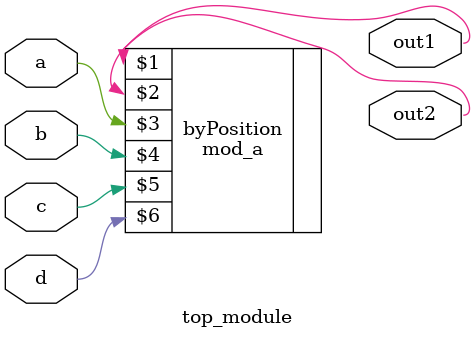
<source format=v>
module top_module ( 
    input a, 
    input b, 
    input c,
    input d,
    output out1,
    output out2
);
    
    mod_a byPosition( out1, out2, a, b, c, d );

endmodule

</source>
